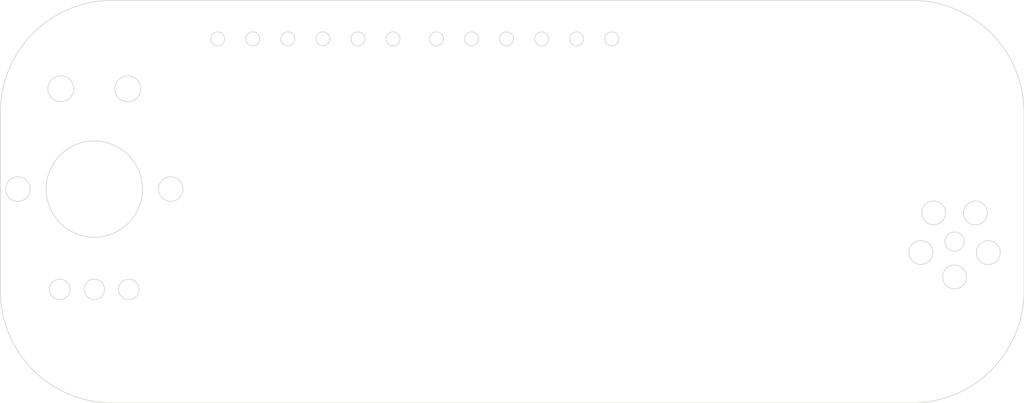
<source format=kicad_pcb>
(kicad_pcb (version 20171130) (host pcbnew "(5.1.12)-1")

  (general
    (thickness 1.6)
    (drawings 0)
    (tracks 0)
    (zones 0)
    (modules 0)
    (nets 1)
  )

  (page A4)
  (layers
    (0 F.Cu signal)
    (31 B.Cu signal)
    (32 B.Adhes user)
    (33 F.Adhes user)
    (34 B.Paste user)
    (35 F.Paste user)
    (36 B.SilkS user)
    (37 F.SilkS user)
    (38 B.Mask user)
    (39 F.Mask user)
    (40 Dwgs.User user)
    (41 Cmts.User user)
    (42 Eco1.User user)
    (43 Eco2.User user)
    (44 Edge.Cuts user)
    (45 Margin user)
    (46 B.CrtYd user)
    (47 F.CrtYd user)
    (48 B.Fab user)
    (49 F.Fab user)
  )

  (setup
    (last_trace_width 0.25)
    (trace_clearance 0.2)
    (zone_clearance 0.508)
    (zone_45_only no)
    (trace_min 0.2)
    (via_size 0.8)
    (via_drill 0.4)
    (via_min_size 0.4)
    (via_min_drill 0.3)
    (uvia_size 0.3)
    (uvia_drill 0.1)
    (uvias_allowed no)
    (uvia_min_size 0.2)
    (uvia_min_drill 0.1)
    (edge_width 0.05)
    (segment_width 0.2)
    (pcb_text_width 0.3)
    (pcb_text_size 1.5 1.5)
    (mod_edge_width 0.12)
    (mod_text_size 1 1)
    (mod_text_width 0.15)
    (pad_size 1.524 1.524)
    (pad_drill 0.762)
    (pad_to_mask_clearance 0)
    (aux_axis_origin 0 0)
    (grid_origin 83 149)
    (visible_elements FFFFFF7F)
    (pcbplotparams
      (layerselection 0x010fc_ffffffff)
      (usegerberextensions false)
      (usegerberattributes true)
      (usegerberadvancedattributes true)
      (creategerberjobfile true)
      (excludeedgelayer true)
      (linewidth 0.150000)
      (plotframeref false)
      (viasonmask false)
      (mode 1)
      (useauxorigin false)
      (hpglpennumber 1)
      (hpglpenspeed 20)
      (hpglpendiameter 15.000000)
      (psnegative false)
      (psa4output false)
      (plotreference true)
      (plotvalue true)
      (plotinvisibletext false)
      (padsonsilk false)
      (subtractmaskfromsilk false)
      (outputformat 1)
      (mirror false)
      (drillshape 1)
      (scaleselection 1)
      (outputdirectory ""))
  )

  (net 0 "")

  (net_class Default "This is the default net class."
    (clearance 0.2)
    (trace_width 0.25)
    (via_dia 0.8)
    (via_drill 0.4)
    (uvia_dia 0.3)
    (uvia_drill 0.1)
  )


  (gr_line (start 83.000000 157.128000) (end 83.000000 170.082000) (angle 90) (layer Edge.Cuts) (width 0.05))
  (gr_arc (start 91.128000 170.082000) (end 83.000000 170.082000) (angle -90.000000) (layer Edge.Cuts) (width 0.05))
  (gr_line (start 91.128000 178.210000) (end 149.040000 178.210000) (angle 90) (layer Edge.Cuts) (width 0.05))
  (gr_arc (start 149.040000 170.082000) (end 149.040000 178.210000) (angle -90.000000) (layer Edge.Cuts) (width 0.05))
  (gr_line (start 157.168000 170.082000) (end 157.168000 157.128000) (angle 90) (layer Edge.Cuts) (width 0.05))
  (gr_arc (start 149.040000 157.128000) (end 157.168000 157.128000) (angle -90.000000) (layer Edge.Cuts) (width 0.05))
  (gr_line (start 149.040000 149.000000) (end 91.128000 149.000000) (angle 90) (layer Edge.Cuts) (width 0.05))
  (gr_arc (start 91.128000 157.128000) (end 91.128000 149.000000) (angle -90.000000) (layer Edge.Cuts) (width 0.05))
  (gr_circle (center 98.748000 151.794000) (end 98.240000 151.794000) (layer Edge.Cuts) (width 0.05))
  (gr_circle (center 101.288000 151.794000) (end 100.780000 151.794000) (layer Edge.Cuts) (width 0.05))
  (gr_circle (center 103.828000 151.794000) (end 103.320000 151.794000) (layer Edge.Cuts) (width 0.05))
  (gr_circle (center 106.368000 151.794000) (end 105.860000 151.794000) (layer Edge.Cuts) (width 0.05))
  (gr_circle (center 108.908000 151.794000) (end 108.400000 151.794000) (layer Edge.Cuts) (width 0.05))
  (gr_circle (center 111.448000 151.794000) (end 110.940000 151.794000) (layer Edge.Cuts) (width 0.05))
  (gr_circle (center 127.297600 151.794000) (end 126.789600 151.794000) (layer Edge.Cuts) (width 0.05))
  (gr_circle (center 124.757600 151.794000) (end 124.249600 151.794000) (layer Edge.Cuts) (width 0.05))
  (gr_circle (center 122.217600 151.794000) (end 121.709600 151.794000) (layer Edge.Cuts) (width 0.05))
  (gr_circle (center 119.677600 151.794000) (end 119.169600 151.794000) (layer Edge.Cuts) (width 0.05))
  (gr_circle (center 117.137600 151.794000) (end 116.629600 151.794000) (layer Edge.Cuts) (width 0.05))
  (gr_circle (center 114.597600 151.794000) (end 114.089600 151.794000) (layer Edge.Cuts) (width 0.05))
  (gr_circle (center 89.807200 162.690600) (end 86.314700 162.690600) (layer Edge.Cuts) (width 0.05))
  (gr_circle (center 87.381500 155.413500) (end 86.442754 155.413500) (layer Edge.Cuts) (width 0.05))
  (gr_circle (center 92.232900 155.413500) (end 91.294154 155.413500) (layer Edge.Cuts) (width 0.05))
  (gr_circle (center 87.305300 169.967700) (end 86.562922 169.967700) (layer Edge.Cuts) (width 0.05))
  (gr_circle (center 92.309100 169.967700) (end 91.566721 169.967700) (layer Edge.Cuts) (width 0.05))
  (gr_circle (center 89.807200 169.967700) (end 89.064821 169.967700) (layer Edge.Cuts) (width 0.05))
  (gr_circle (center 84.270000 162.690600) (end 83.379171 162.690600) (layer Edge.Cuts) (width 0.05))
  (gr_circle (center 95.344400 162.690600) (end 94.453571 162.690600) (layer Edge.Cuts) (width 0.05))
  (gr_circle (center 152.138800 166.500600) (end 151.440300 166.500600) (layer Edge.Cuts) (width 0.05))
  (gr_circle (center 153.650100 164.420474) (end 152.786500 164.420474) (layer Edge.Cuts) (width 0.05))
  (gr_circle (center 150.627500 164.420474) (end 149.763900 164.420474) (layer Edge.Cuts) (width 0.05))
  (gr_circle (center 149.693465 167.295137) (end 148.829865 167.295137) (layer Edge.Cuts) (width 0.05))
  (gr_circle (center 152.138800 169.071777) (end 151.275200 169.071777) (layer Edge.Cuts) (width 0.05))
  (gr_circle (center 154.584135 167.295137) (end 153.720535 167.295137) (layer Edge.Cuts) (width 0.05))
)
 
</source>
